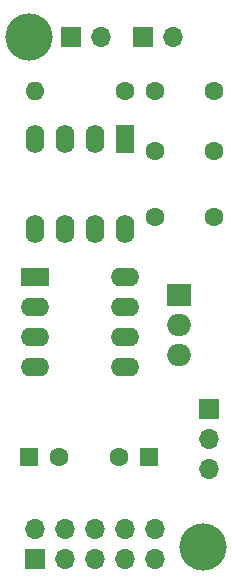
<source format=gbr>
%TF.GenerationSoftware,KiCad,Pcbnew,(5.1.9)-1*%
%TF.CreationDate,2021-06-25T13:34:49+01:00*%
%TF.ProjectId,NoiseGen,4e6f6973-6547-4656-9e2e-6b696361645f,rev?*%
%TF.SameCoordinates,Original*%
%TF.FileFunction,Soldermask,Bot*%
%TF.FilePolarity,Negative*%
%FSLAX46Y46*%
G04 Gerber Fmt 4.6, Leading zero omitted, Abs format (unit mm)*
G04 Created by KiCad (PCBNEW (5.1.9)-1) date 2021-06-25 13:34:49*
%MOMM*%
%LPD*%
G01*
G04 APERTURE LIST*
%ADD10C,4.000000*%
%ADD11O,2.000000X1.905000*%
%ADD12R,2.000000X1.905000*%
%ADD13O,1.600000X2.400000*%
%ADD14R,1.600000X2.400000*%
%ADD15O,1.600000X1.600000*%
%ADD16C,1.600000*%
%ADD17O,2.400000X1.600000*%
%ADD18R,2.400000X1.600000*%
%ADD19O,1.700000X1.700000*%
%ADD20R,1.700000X1.700000*%
%ADD21R,1.600000X1.600000*%
G04 APERTURE END LIST*
D10*
%TO.C,H2*%
X119380000Y-56896000D03*
%TD*%
%TO.C,H1*%
X134112000Y-100076000D03*
%TD*%
D11*
%TO.C,U1*%
X132080000Y-83820000D03*
X132080000Y-81280000D03*
D12*
X132080000Y-78740000D03*
%TD*%
D13*
%TO.C,U2*%
X127508000Y-73152000D03*
X119888000Y-65532000D03*
X124968000Y-73152000D03*
X122428000Y-65532000D03*
X122428000Y-73152000D03*
X124968000Y-65532000D03*
X119888000Y-73152000D03*
D14*
X127508000Y-65532000D03*
%TD*%
D15*
%TO.C,R1*%
X119888000Y-61468000D03*
D16*
X127508000Y-61468000D03*
%TD*%
D17*
%TO.C,J5*%
X127508000Y-77216000D03*
X119888000Y-84836000D03*
X127508000Y-79756000D03*
X119888000Y-82296000D03*
X127508000Y-82296000D03*
X119888000Y-79756000D03*
X127508000Y-84836000D03*
D18*
X119888000Y-77216000D03*
%TD*%
D19*
%TO.C,J4*%
X125476000Y-56896000D03*
D20*
X122936000Y-56896000D03*
%TD*%
D19*
%TO.C,J3*%
X131572000Y-56896000D03*
D20*
X129032000Y-56896000D03*
%TD*%
D19*
%TO.C,J2*%
X134620000Y-93472000D03*
X134620000Y-90932000D03*
D20*
X134620000Y-88392000D03*
%TD*%
D19*
%TO.C,J1*%
X130048000Y-98552000D03*
X130048000Y-101092000D03*
X127508000Y-98552000D03*
X127508000Y-101092000D03*
X124968000Y-98552000D03*
X124968000Y-101092000D03*
X122428000Y-98552000D03*
X122428000Y-101092000D03*
X119888000Y-98552000D03*
D20*
X119888000Y-101092000D03*
%TD*%
D16*
%TO.C,C6*%
X135048000Y-61468000D03*
X130048000Y-61468000D03*
%TD*%
%TO.C,C4*%
X127000000Y-92456000D03*
D21*
X129500000Y-92456000D03*
%TD*%
D16*
%TO.C,C3*%
X135048000Y-72136000D03*
X130048000Y-72136000D03*
%TD*%
%TO.C,C2*%
X135048000Y-66548000D03*
X130048000Y-66548000D03*
%TD*%
%TO.C,C1*%
X121880000Y-92456000D03*
D21*
X119380000Y-92456000D03*
%TD*%
M02*

</source>
